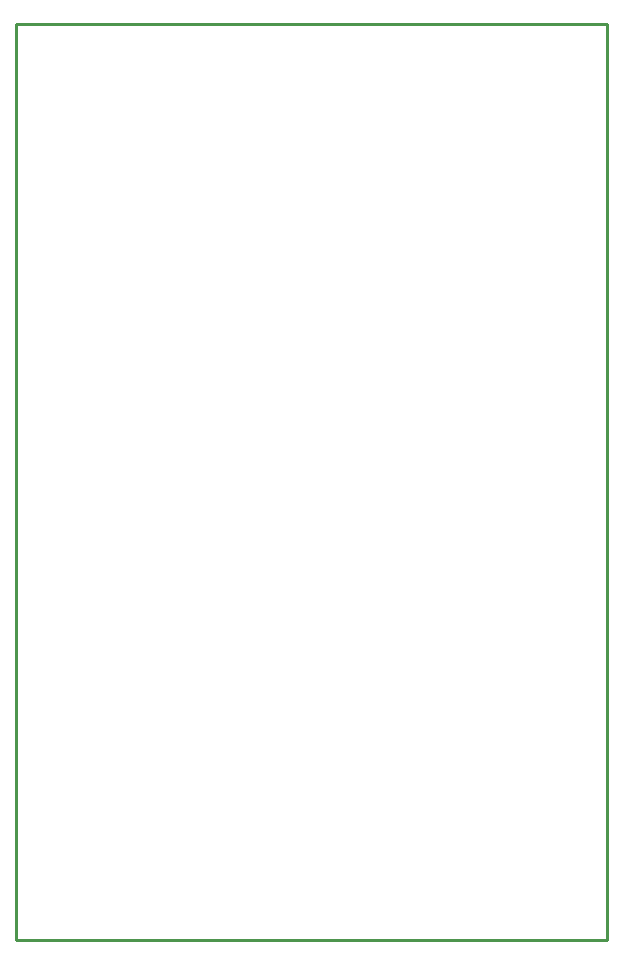
<source format=gbr>
%TF.GenerationSoftware,KiCad,Pcbnew,8.0.1*%
%TF.CreationDate,2025-07-31T15:27:14-05:00*%
%TF.ProjectId,GPS_board_v3,4750535f-626f-4617-9264-5f76332e6b69,rev?*%
%TF.SameCoordinates,Original*%
%TF.FileFunction,Profile,NP*%
%FSLAX46Y46*%
G04 Gerber Fmt 4.6, Leading zero omitted, Abs format (unit mm)*
G04 Created by KiCad (PCBNEW 8.0.1) date 2025-07-31 15:27:14*
%MOMM*%
%LPD*%
G01*
G04 APERTURE LIST*
%TA.AperFunction,Profile*%
%ADD10C,0.254000*%
%TD*%
G04 APERTURE END LIST*
D10*
X122650000Y-51692000D02*
X172688000Y-51692000D01*
X172688000Y-129200000D02*
X122650000Y-129200000D01*
X122650000Y-129200000D02*
X122650000Y-51692000D01*
X172688000Y-51692000D02*
X172688000Y-129200000D01*
M02*

</source>
